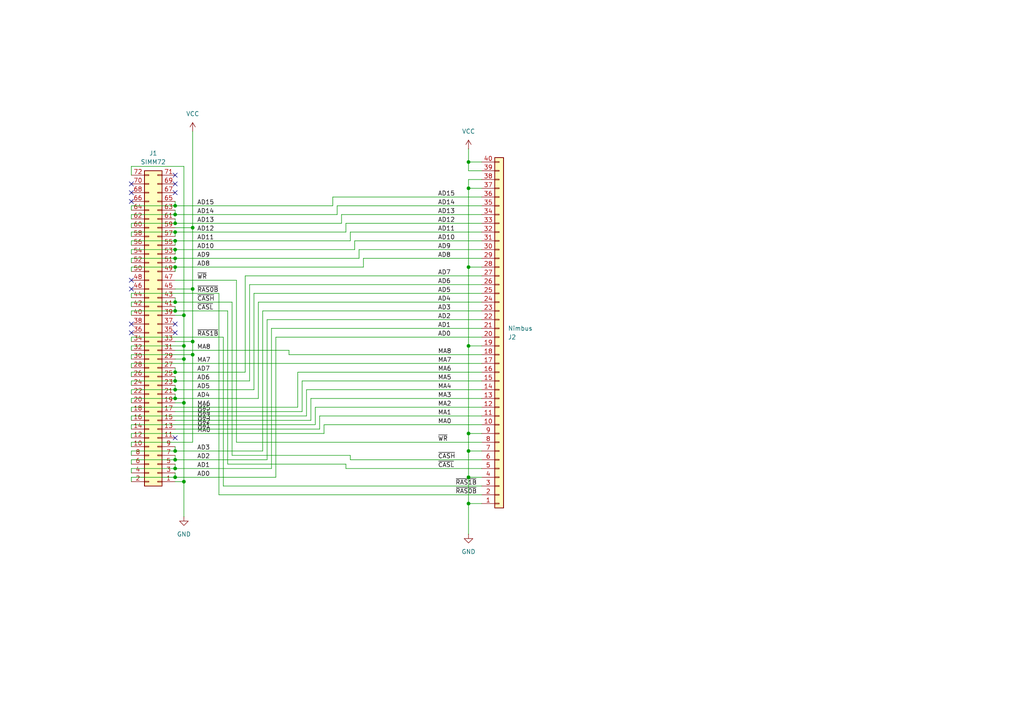
<source format=kicad_sch>
(kicad_sch (version 20231120) (generator "eeschema") (generator_version "8.0")
  (paper "A4")
  (title_block (title "RM Nimbus PC-186 SIMM adaptor") (date "2025-02-06") (company "David Knoll"))
  (lib_symbols
    (symbol "Connector_Generic:Conn_01x40" (pin_names (offset 1.016) hide)
      (property "Reference" "J" (at 0 50.8 0))
      (property "Value" "Conn_01x40" (at 0 -53.34 0))
      (symbol "Conn_01x40_1_1"
        (rectangle (start -1.27 -50.673) (end 0 -50.927) (stroke (width 0.1524)))
        (rectangle (start -1.27 -48.133) (end 0 -48.387) (stroke (width 0.1524)))
        (rectangle (start -1.27 -45.593) (end 0 -45.847) (stroke (width 0.1524)))
        (rectangle (start -1.27 -43.053) (end 0 -43.307) (stroke (width 0.1524)))
        (rectangle (start -1.27 -40.513) (end 0 -40.767) (stroke (width 0.1524)))
        (rectangle (start -1.27 -37.973) (end 0 -38.227) (stroke (width 0.1524)))
        (rectangle (start -1.27 -35.433) (end 0 -35.687) (stroke (width 0.1524)))
        (rectangle (start -1.27 -32.893) (end 0 -33.147) (stroke (width 0.1524)))
        (rectangle (start -1.27 -30.353) (end 0 -30.607) (stroke (width 0.1524)))
        (rectangle (start -1.27 -27.813) (end 0 -28.067) (stroke (width 0.1524)))
        (rectangle (start -1.27 -25.273) (end 0 -25.527) (stroke (width 0.1524)))
        (rectangle (start -1.27 -22.733) (end 0 -22.987) (stroke (width 0.1524)))
        (rectangle (start -1.27 -20.193) (end 0 -20.447) (stroke (width 0.1524)))
        (rectangle (start -1.27 -17.653) (end 0 -17.907) (stroke (width 0.1524)))
        (rectangle (start -1.27 -15.113) (end 0 -15.367) (stroke (width 0.1524)))
        (rectangle (start -1.27 -12.573) (end 0 -12.827) (stroke (width 0.1524)))
        (rectangle (start -1.27 -10.033) (end 0 -10.287) (stroke (width 0.1524)))
        (rectangle (start -1.27 -7.493) (end 0 -7.747) (stroke (width 0.1524)))
        (rectangle (start -1.27 -4.953) (end 0 -5.207) (stroke (width 0.1524)))
        (rectangle (start -1.27 -2.413) (end 0 -2.667) (stroke (width 0.1524)))
        (rectangle (start -1.27 0.127) (end 0 -0.127) (stroke (width 0.1524)))
        (rectangle (start -1.27 2.667) (end 0 2.413) (stroke (width 0.1524)))
        (rectangle (start -1.27 5.207) (end 0 4.953) (stroke (width 0.1524)))
        (rectangle (start -1.27 7.747) (end 0 7.493) (stroke (width 0.1524)))
        (rectangle (start -1.27 10.287) (end 0 10.033) (stroke (width 0.1524)))
        (rectangle (start -1.27 12.827) (end 0 12.573) (stroke (width 0.1524)))
        (rectangle (start -1.27 15.367) (end 0 15.113) (stroke (width 0.1524)))
        (rectangle (start -1.27 17.907) (end 0 17.653) (stroke (width 0.1524)))
        (rectangle (start -1.27 20.447) (end 0 20.193) (stroke (width 0.1524)))
        (rectangle (start -1.27 22.987) (end 0 22.733) (stroke (width 0.1524)))
        (rectangle (start -1.27 25.527) (end 0 25.273) (stroke (width 0.1524)))
        (rectangle (start -1.27 28.067) (end 0 27.813) (stroke (width 0.1524)))
        (rectangle (start -1.27 30.607) (end 0 30.353) (stroke (width 0.1524)))
        (rectangle (start -1.27 33.147) (end 0 32.893) (stroke (width 0.1524)))
        (rectangle (start -1.27 35.687) (end 0 35.433) (stroke (width 0.1524)))
        (rectangle (start -1.27 38.227) (end 0 37.973) (stroke (width 0.1524)))
        (rectangle (start -1.27 40.767) (end 0 40.513) (stroke (width 0.1524)))
        (rectangle (start -1.27 43.307) (end 0 43.053) (stroke (width 0.1524)))
        (rectangle (start -1.27 45.847) (end 0 45.593) (stroke (width 0.1524)))
        (rectangle (start -1.27 48.387) (end 0 48.133) (stroke (width 0.1524)))
        (rectangle (start -1.27 49.53) (end 1.27 -52.07) (stroke (width 0.254)) (fill (type background)))
        (pin passive line (at -5.08 48.26 0) (length 3.81) (name "Pin_1") (number "1"))
        (pin passive line (at -5.08 25.4 0) (length 3.81) (name "Pin_10") (number "10"))
        (pin passive line (at -5.08 22.86 0) (length 3.81) (name "Pin_11") (number "11"))
        (pin passive line (at -5.08 20.32 0) (length 3.81) (name "Pin_12") (number "12"))
        (pin passive line (at -5.08 17.78 0) (length 3.81) (name "Pin_13") (number "13"))
        (pin passive line (at -5.08 15.24 0) (length 3.81) (name "Pin_14") (number "14"))
        (pin passive line (at -5.08 12.7 0) (length 3.81) (name "Pin_15") (number "15"))
        (pin passive line (at -5.08 10.16 0) (length 3.81) (name "Pin_16") (number "16"))
        (pin passive line (at -5.08 7.62 0) (length 3.81) (name "Pin_17") (number "17"))
        (pin passive line (at -5.08 5.08 0) (length 3.81) (name "Pin_18") (number "18"))
        (pin passive line (at -5.08 2.54 0) (length 3.81) (name "Pin_19") (number "19"))
        (pin passive line (at -5.08 45.72 0) (length 3.81) (name "Pin_2") (number "2"))
        (pin passive line (at -5.08 0 0) (length 3.81) (name "Pin_20") (number "20"))
        (pin passive line (at -5.08 -2.54 0) (length 3.81) (name "Pin_21") (number "21"))
        (pin passive line (at -5.08 -5.08 0) (length 3.81) (name "Pin_22") (number "22"))
        (pin passive line (at -5.08 -7.62 0) (length 3.81) (name "Pin_23") (number "23"))
        (pin passive line (at -5.08 -10.16 0) (length 3.81) (name "Pin_24") (number "24"))
        (pin passive line (at -5.08 -12.7 0) (length 3.81) (name "Pin_25") (number "25"))
        (pin passive line (at -5.08 -15.24 0) (length 3.81) (name "Pin_26") (number "26"))
        (pin passive line (at -5.08 -17.78 0) (length 3.81) (name "Pin_27") (number "27"))
        (pin passive line (at -5.08 -20.32 0) (length 3.81) (name "Pin_28") (number "28"))
        (pin passive line (at -5.08 -22.86 0) (length 3.81) (name "Pin_29") (number "29"))
        (pin passive line (at -5.08 43.18 0) (length 3.81) (name "Pin_3") (number "3"))
        (pin passive line (at -5.08 -25.4 0) (length 3.81) (name "Pin_30") (number "30"))
        (pin passive line (at -5.08 -27.94 0) (length 3.81) (name "Pin_31") (number "31"))
        (pin passive line (at -5.08 -30.48 0) (length 3.81) (name "Pin_32") (number "32"))
        (pin passive line (at -5.08 -33.02 0) (length 3.81) (name "Pin_33") (number "33"))
        (pin passive line (at -5.08 -35.56 0) (length 3.81) (name "Pin_34") (number "34"))
        (pin passive line (at -5.08 -38.1 0) (length 3.81) (name "Pin_35") (number "35"))
        (pin passive line (at -5.08 -40.64 0) (length 3.81) (name "Pin_36") (number "36"))
        (pin passive line (at -5.08 -43.18 0) (length 3.81) (name "Pin_37") (number "37"))
        (pin passive line (at -5.08 -45.72 0) (length 3.81) (name "Pin_38") (number "38"))
        (pin passive line (at -5.08 -48.26 0) (length 3.81) (name "Pin_39") (number "39"))
        (pin passive line (at -5.08 40.64 0) (length 3.81) (name "Pin_4") (number "4"))
        (pin passive line (at -5.08 -50.8 0) (length 3.81) (name "Pin_40") (number "40"))
        (pin passive line (at -5.08 38.1 0) (length 3.81) (name "Pin_5") (number "5"))
        (pin passive line (at -5.08 35.56 0) (length 3.81) (name "Pin_6") (number "6"))
        (pin passive line (at -5.08 33.02 0) (length 3.81) (name "Pin_7") (number "7"))
        (pin passive line (at -5.08 30.48 0) (length 3.81) (name "Pin_8") (number "8"))
        (pin passive line (at -5.08 27.94 0) (length 3.81) (name "Pin_9") (number "9"))
      )
    )
    (symbol "Connector_Generic:Conn_02x36_Odd_Even" (pin_names (offset 1.016) hide)
      (property "Reference" "J" (at 1.27 45.72 0))
      (property "Value" "Conn_02x36_Odd_Even" (at 1.27 -48.26 0))
      (symbol "Conn_02x36_Odd_Even_1_1"
        (rectangle (start -1.27 -45.593) (end 0 -45.847) (stroke (width 0.1524)))
        (rectangle (start -1.27 -43.053) (end 0 -43.307) (stroke (width 0.1524)))
        (rectangle (start -1.27 -40.513) (end 0 -40.767) (stroke (width 0.1524)))
        (rectangle (start -1.27 -37.973) (end 0 -38.227) (stroke (width 0.1524)))
        (rectangle (start -1.27 -35.433) (end 0 -35.687) (stroke (width 0.1524)))
        (rectangle (start -1.27 -32.893) (end 0 -33.147) (stroke (width 0.1524)))
        (rectangle (start -1.27 -30.353) (end 0 -30.607) (stroke (width 0.1524)))
        (rectangle (start -1.27 -27.813) (end 0 -28.067) (stroke (width 0.1524)))
        (rectangle (start -1.27 -25.273) (end 0 -25.527) (stroke (width 0.1524)))
        (rectangle (start -1.27 -22.733) (end 0 -22.987) (stroke (width 0.1524)))
        (rectangle (start -1.27 -20.193) (end 0 -20.447) (stroke (width 0.1524)))
        (rectangle (start -1.27 -17.653) (end 0 -17.907) (stroke (width 0.1524)))
        (rectangle (start -1.27 -15.113) (end 0 -15.367) (stroke (width 0.1524)))
        (rectangle (start -1.27 -12.573) (end 0 -12.827) (stroke (width 0.1524)))
        (rectangle (start -1.27 -10.033) (end 0 -10.287) (stroke (width 0.1524)))
        (rectangle (start -1.27 -7.493) (end 0 -7.747) (stroke (width 0.1524)))
        (rectangle (start -1.27 -4.953) (end 0 -5.207) (stroke (width 0.1524)))
        (rectangle (start -1.27 -2.413) (end 0 -2.667) (stroke (width 0.1524)))
        (rectangle (start -1.27 0.127) (end 0 -0.127) (stroke (width 0.1524)))
        (rectangle (start -1.27 2.667) (end 0 2.413) (stroke (width 0.1524)))
        (rectangle (start -1.27 5.207) (end 0 4.953) (stroke (width 0.1524)))
        (rectangle (start -1.27 7.747) (end 0 7.493) (stroke (width 0.1524)))
        (rectangle (start -1.27 10.287) (end 0 10.033) (stroke (width 0.1524)))
        (rectangle (start -1.27 12.827) (end 0 12.573) (stroke (width 0.1524)))
        (rectangle (start -1.27 15.367) (end 0 15.113) (stroke (width 0.1524)))
        (rectangle (start -1.27 17.907) (end 0 17.653) (stroke (width 0.1524)))
        (rectangle (start -1.27 20.447) (end 0 20.193) (stroke (width 0.1524)))
        (rectangle (start -1.27 22.987) (end 0 22.733) (stroke (width 0.1524)))
        (rectangle (start -1.27 25.527) (end 0 25.273) (stroke (width 0.1524)))
        (rectangle (start -1.27 28.067) (end 0 27.813) (stroke (width 0.1524)))
        (rectangle (start -1.27 30.607) (end 0 30.353) (stroke (width 0.1524)))
        (rectangle (start -1.27 33.147) (end 0 32.893) (stroke (width 0.1524)))
        (rectangle (start -1.27 35.687) (end 0 35.433) (stroke (width 0.1524)))
        (rectangle (start -1.27 38.227) (end 0 37.973) (stroke (width 0.1524)))
        (rectangle (start -1.27 40.767) (end 0 40.513) (stroke (width 0.1524)))
        (rectangle (start -1.27 43.307) (end 0 43.053) (stroke (width 0.1524)))
        (rectangle (start -1.27 44.45) (end 3.81 -46.99) (stroke (width 0.254)) (fill (type background)))
        (rectangle (start 3.81 -45.593) (end 2.54 -45.847) (stroke (width 0.1524)))
        (rectangle (start 3.81 -43.053) (end 2.54 -43.307) (stroke (width 0.1524)))
        (rectangle (start 3.81 -40.513) (end 2.54 -40.767) (stroke (width 0.1524)))
        (rectangle (start 3.81 -37.973) (end 2.54 -38.227) (stroke (width 0.1524)))
        (rectangle (start 3.81 -35.433) (end 2.54 -35.687) (stroke (width 0.1524)))
        (rectangle (start 3.81 -32.893) (end 2.54 -33.147) (stroke (width 0.1524)))
        (rectangle (start 3.81 -30.353) (end 2.54 -30.607) (stroke (width 0.1524)))
        (rectangle (start 3.81 -27.813) (end 2.54 -28.067) (stroke (width 0.1524)))
        (rectangle (start 3.81 -25.273) (end 2.54 -25.527) (stroke (width 0.1524)))
        (rectangle (start 3.81 -22.733) (end 2.54 -22.987) (stroke (width 0.1524)))
        (rectangle (start 3.81 -20.193) (end 2.54 -20.447) (stroke (width 0.1524)))
        (rectangle (start 3.81 -17.653) (end 2.54 -17.907) (stroke (width 0.1524)))
        (rectangle (start 3.81 -15.113) (end 2.54 -15.367) (stroke (width 0.1524)))
        (rectangle (start 3.81 -12.573) (end 2.54 -12.827) (stroke (width 0.1524)))
        (rectangle (start 3.81 -10.033) (end 2.54 -10.287) (stroke (width 0.1524)))
        (rectangle (start 3.81 -7.493) (end 2.54 -7.747) (stroke (width 0.1524)))
        (rectangle (start 3.81 -4.953) (end 2.54 -5.207) (stroke (width 0.1524)))
        (rectangle (start 3.81 -2.413) (end 2.54 -2.667) (stroke (width 0.1524)))
        (rectangle (start 3.81 0.127) (end 2.54 -0.127) (stroke (width 0.1524)))
        (rectangle (start 3.81 2.667) (end 2.54 2.413) (stroke (width 0.1524)))
        (rectangle (start 3.81 5.207) (end 2.54 4.953) (stroke (width 0.1524)))
        (rectangle (start 3.81 7.747) (end 2.54 7.493) (stroke (width 0.1524)))
        (rectangle (start 3.81 10.287) (end 2.54 10.033) (stroke (width 0.1524)))
        (rectangle (start 3.81 12.827) (end 2.54 12.573) (stroke (width 0.1524)))
        (rectangle (start 3.81 15.367) (end 2.54 15.113) (stroke (width 0.1524)))
        (rectangle (start 3.81 17.907) (end 2.54 17.653) (stroke (width 0.1524)))
        (rectangle (start 3.81 20.447) (end 2.54 20.193) (stroke (width 0.1524)))
        (rectangle (start 3.81 22.987) (end 2.54 22.733) (stroke (width 0.1524)))
        (rectangle (start 3.81 25.527) (end 2.54 25.273) (stroke (width 0.1524)))
        (rectangle (start 3.81 28.067) (end 2.54 27.813) (stroke (width 0.1524)))
        (rectangle (start 3.81 30.607) (end 2.54 30.353) (stroke (width 0.1524)))
        (rectangle (start 3.81 33.147) (end 2.54 32.893) (stroke (width 0.1524)))
        (rectangle (start 3.81 35.687) (end 2.54 35.433) (stroke (width 0.1524)))
        (rectangle (start 3.81 38.227) (end 2.54 37.973) (stroke (width 0.1524)))
        (rectangle (start 3.81 40.767) (end 2.54 40.513) (stroke (width 0.1524)))
        (rectangle (start 3.81 43.307) (end 2.54 43.053) (stroke (width 0.1524)))
        (pin passive line (at -5.08 43.18 0) (length 3.81) (name "Pin_1") (number "1"))
        (pin passive line (at 7.62 33.02 180) (length 3.81) (name "Pin_10") (number "10"))
        (pin passive line (at -5.08 30.48 0) (length 3.81) (name "Pin_11") (number "11"))
        (pin passive line (at 7.62 30.48 180) (length 3.81) (name "Pin_12") (number "12"))
        (pin passive line (at -5.08 27.94 0) (length 3.81) (name "Pin_13") (number "13"))
        (pin passive line (at 7.62 27.94 180) (length 3.81) (name "Pin_14") (number "14"))
        (pin passive line (at -5.08 25.4 0) (length 3.81) (name "Pin_15") (number "15"))
        (pin passive line (at 7.62 25.4 180) (length 3.81) (name "Pin_16") (number "16"))
        (pin passive line (at -5.08 22.86 0) (length 3.81) (name "Pin_17") (number "17"))
        (pin passive line (at 7.62 22.86 180) (length 3.81) (name "Pin_18") (number "18"))
        (pin passive line (at -5.08 20.32 0) (length 3.81) (name "Pin_19") (number "19"))
        (pin passive line (at 7.62 43.18 180) (length 3.81) (name "Pin_2") (number "2"))
        (pin passive line (at 7.62 20.32 180) (length 3.81) (name "Pin_20") (number "20"))
        (pin passive line (at -5.08 17.78 0) (length 3.81) (name "Pin_21") (number "21"))
        (pin passive line (at 7.62 17.78 180) (length 3.81) (name "Pin_22") (number "22"))
        (pin passive line (at -5.08 15.24 0) (length 3.81) (name "Pin_23") (number "23"))
        (pin passive line (at 7.62 15.24 180) (length 3.81) (name "Pin_24") (number "24"))
        (pin passive line (at -5.08 12.7 0) (length 3.81) (name "Pin_25") (number "25"))
        (pin passive line (at 7.62 12.7 180) (length 3.81) (name "Pin_26") (number "26"))
        (pin passive line (at -5.08 10.16 0) (length 3.81) (name "Pin_27") (number "27"))
        (pin passive line (at 7.62 10.16 180) (length 3.81) (name "Pin_28") (number "28"))
        (pin passive line (at -5.08 7.62 0) (length 3.81) (name "Pin_29") (number "29"))
        (pin passive line (at -5.08 40.64 0) (length 3.81) (name "Pin_3") (number "3"))
        (pin passive line (at 7.62 7.62 180) (length 3.81) (name "Pin_30") (number "30"))
        (pin passive line (at -5.08 5.08 0) (length 3.81) (name "Pin_31") (number "31"))
        (pin passive line (at 7.62 5.08 180) (length 3.81) (name "Pin_32") (number "32"))
        (pin passive line (at -5.08 2.54 0) (length 3.81) (name "Pin_33") (number "33"))
        (pin passive line (at 7.62 2.54 180) (length 3.81) (name "Pin_34") (number "34"))
        (pin passive line (at -5.08 0 0) (length 3.81) (name "Pin_35") (number "35"))
        (pin passive line (at 7.62 0 180) (length 3.81) (name "Pin_36") (number "36"))
        (pin passive line (at -5.08 -2.54 0) (length 3.81) (name "Pin_37") (number "37"))
        (pin passive line (at 7.62 -2.54 180) (length 3.81) (name "Pin_38") (number "38"))
        (pin passive line (at -5.08 -5.08 0) (length 3.81) (name "Pin_39") (number "39"))
        (pin passive line (at 7.62 40.64 180) (length 3.81) (name "Pin_4") (number "4"))
        (pin passive line (at 7.62 -5.08 180) (length 3.81) (name "Pin_40") (number "40"))
        (pin passive line (at -5.08 -7.62 0) (length 3.81) (name "Pin_41") (number "41"))
        (pin passive line (at 7.62 -7.62 180) (length 3.81) (name "Pin_42") (number "42"))
        (pin passive line (at -5.08 -10.16 0) (length 3.81) (name "Pin_43") (number "43"))
        (pin passive line (at 7.62 -10.16 180) (length 3.81) (name "Pin_44") (number "44"))
        (pin passive line (at -5.08 -12.7 0) (length 3.81) (name "Pin_45") (number "45"))
        (pin passive line (at 7.62 -12.7 180) (length 3.81) (name "Pin_46") (number "46"))
        (pin passive line (at -5.08 -15.24 0) (length 3.81) (name "Pin_47") (number "47"))
        (pin passive line (at 7.62 -15.24 180) (length 3.81) (name "Pin_48") (number "48"))
        (pin passive line (at -5.08 -17.78 0) (length 3.81) (name "Pin_49") (number "49"))
        (pin passive line (at -5.08 38.1 0) (length 3.81) (name "Pin_5") (number "5"))
        (pin passive line (at 7.62 -17.78 180) (length 3.81) (name "Pin_50") (number "50"))
        (pin passive line (at -5.08 -20.32 0) (length 3.81) (name "Pin_51") (number "51"))
        (pin passive line (at 7.62 -20.32 180) (length 3.81) (name "Pin_52") (number "52"))
        (pin passive line (at -5.08 -22.86 0) (length 3.81) (name "Pin_53") (number "53"))
        (pin passive line (at 7.62 -22.86 180) (length 3.81) (name "Pin_54") (number "54"))
        (pin passive line (at -5.08 -25.4 0) (length 3.81) (name "Pin_55") (number "55"))
        (pin passive line (at 7.62 -25.4 180) (length 3.81) (name "Pin_56") (number "56"))
        (pin passive line (at -5.08 -27.94 0) (length 3.81) (name "Pin_57") (number "57"))
        (pin passive line (at 7.62 -27.94 180) (length 3.81) (name "Pin_58") (number "58"))
        (pin passive line (at -5.08 -30.48 0) (length 3.81) (name "Pin_59") (number "59"))
        (pin passive line (at 7.62 38.1 180) (length 3.81) (name "Pin_6") (number "6"))
        (pin passive line (at 7.62 -30.48 180) (length 3.81) (name "Pin_60") (number "60"))
        (pin passive line (at -5.08 -33.02 0) (length 3.81) (name "Pin_61") (number "61"))
        (pin passive line (at 7.62 -33.02 180) (length 3.81) (name "Pin_62") (number "62"))
        (pin passive line (at -5.08 -35.56 0) (length 3.81) (name "Pin_63") (number "63"))
        (pin passive line (at 7.62 -35.56 180) (length 3.81) (name "Pin_64") (number "64"))
        (pin passive line (at -5.08 -38.1 0) (length 3.81) (name "Pin_65") (number "65"))
        (pin passive line (at 7.62 -38.1 180) (length 3.81) (name "Pin_66") (number "66"))
        (pin passive line (at -5.08 -40.64 0) (length 3.81) (name "Pin_67") (number "67"))
        (pin passive line (at 7.62 -40.64 180) (length 3.81) (name "Pin_68") (number "68"))
        (pin passive line (at -5.08 -43.18 0) (length 3.81) (name "Pin_69") (number "69"))
        (pin passive line (at -5.08 35.56 0) (length 3.81) (name "Pin_7") (number "7"))
        (pin passive line (at 7.62 -43.18 180) (length 3.81) (name "Pin_70") (number "70"))
        (pin passive line (at -5.08 -45.72 0) (length 3.81) (name "Pin_71") (number "71"))
        (pin passive line (at 7.62 -45.72 180) (length 3.81) (name "Pin_72") (number "72"))
        (pin passive line (at 7.62 35.56 180) (length 3.81) (name "Pin_8") (number "8"))
        (pin passive line (at -5.08 33.02 0) (length 3.81) (name "Pin_9") (number "9"))
      )
    )
    (symbol "power:GND" (power) (pin_numbers hide) (pin_names (offset 0) hide)
      (property "Value" "GND" (at 0 -3.81 0))
      (symbol "GND_0_1"
        (polyline (pts (xy 0 0) (xy 0 -1.27) (xy 1.27 -1.27) (xy 0 -2.54) (xy -1.27 -1.27) (xy 0 -1.27)))
      )
      (symbol "GND_1_1"
        (pin power_in line (at 0 0 270) (length 0) (name "~") (number "1"))
      )
    )
    (symbol "power:VCC" (power) (pin_numbers hide) (pin_names (offset 0) hide)
      (property "Value" "VCC" (at 0 3.556 0))
      (symbol "VCC_0_1"
        (polyline (pts (xy -0.762 1.27) (xy 0 2.54)))
        (polyline (pts (xy 0 0) (xy 0 2.54)))
        (polyline (pts (xy 0 2.54) (xy 0.762 1.27)))
      )
      (symbol "VCC_1_1"
        (pin power_in line (at 0 0 90) (length 0) (name "~") (number "1"))
      )
    )
  )
  (junction (at 135.89 138.43))
  (junction (at 50.8 62.23))
  (junction (at 55.88 99.06))
  (junction (at 50.8 135.89))
  (junction (at 53.34 104.14))
  (junction (at 50.8 72.39))
  (junction (at 50.8 133.35))
  (junction (at 53.34 100.33))
  (junction (at 53.34 116.84))
  (junction (at 50.8 59.69))
  (junction (at 50.8 130.81))
  (junction (at 50.8 90.17))
  (junction (at 135.89 146.05))
  (junction (at 50.8 87.63))
  (junction (at 135.89 125.73))
  (junction (at 50.8 113.03))
  (junction (at 135.89 100.33))
  (junction (at 50.8 64.77))
  (junction (at 55.88 83.82))
  (junction (at 55.88 102.87))
  (junction (at 50.8 74.93))
  (junction (at 50.8 77.47))
  (junction (at 135.89 46.99))
  (junction (at 50.8 138.43))
  (junction (at 135.89 54.61))
  (junction (at 50.8 67.31))
  (junction (at 135.89 130.81))
  (junction (at 53.34 91.44))
  (junction (at 50.8 69.85))
  (junction (at 50.8 115.57))
  (junction (at 55.88 66.04))
  (junction (at 135.89 77.47))
  (junction (at 53.34 139.7))
  (junction (at 50.8 110.49))
  (junction (at 50.8 107.95))
  (no_connect (at 50.8 55.88))
  (no_connect (at 38.1 81.28))
  (no_connect (at 38.1 58.42))
  (no_connect (at 50.8 93.98))
  (no_connect (at 38.1 83.82))
  (no_connect (at 38.1 55.88))
  (no_connect (at 38.1 96.52))
  (no_connect (at 38.1 53.34))
  (no_connect (at 50.8 53.34))
  (no_connect (at 50.8 50.8))
  (no_connect (at 50.8 127))
  (no_connect (at 38.1 93.98))
  (no_connect (at 50.8 96.52))
  (wire (pts (xy 63.5 143.51) (xy 63.5 85.09)))
  (wire (pts (xy 50.8 64.77) (xy 99.06 64.77)))
  (wire (pts (xy 38.1 115.57) (xy 50.8 115.57)))
  (wire (pts (xy 88.9 113.03) (xy 88.9 120.65)))
  (wire (pts (xy 53.34 91.44) (xy 53.34 100.33)))
  (wire (pts (xy 96.52 59.69) (xy 96.52 57.15)))
  (wire (pts (xy 50.8 69.85) (xy 50.8 71.12)))
  (wire (pts (xy 102.87 69.85) (xy 102.87 72.39)))
  (wire (pts (xy 38.1 118.11) (xy 38.1 119.38)))
  (wire (pts (xy 50.8 106.68) (xy 50.8 107.95)))
  (wire (pts (xy 97.79 59.69) (xy 139.7 59.69)))
  (wire (pts (xy 73.66 85.09) (xy 73.66 113.03)))
  (wire (pts (xy 38.1 85.09) (xy 38.1 86.36)))
  (wire (pts (xy 50.8 67.31) (xy 50.8 68.58)))
  (wire (pts (xy 38.1 139.7) (xy 38.1 138.43)))
  (wire (pts (xy 38.1 113.03) (xy 38.1 114.3)))
  (wire (pts (xy 38.1 101.6) (xy 38.1 100.33)))
  (wire (pts (xy 101.6 133.35) (xy 139.7 133.35)))
  (wire (pts (xy 73.66 85.09) (xy 139.7 85.09)))
  (wire (pts (xy 50.8 111.76) (xy 50.8 113.03)))
  (wire (pts (xy 78.74 135.89) (xy 50.8 135.89)))
  (wire (pts (xy 77.47 92.71) (xy 77.47 133.35)))
  (wire (pts (xy 104.14 74.93) (xy 50.8 74.93)))
  (wire (pts (xy 96.52 57.15) (xy 139.7 57.15)))
  (wire (pts (xy 50.8 135.89) (xy 38.1 135.89)))
  (wire (pts (xy 73.66 113.03) (xy 50.8 113.03)))
  (wire (pts (xy 50.8 104.14) (xy 53.34 104.14)))
  (wire (pts (xy 38.1 105.41) (xy 139.7 105.41)))
  (wire (pts (xy 135.89 138.43) (xy 139.7 138.43)))
  (wire (pts (xy 86.36 107.95) (xy 86.36 118.11)))
  (wire (pts (xy 38.1 90.17) (xy 38.1 91.44)))
  (wire (pts (xy 80.01 97.79) (xy 80.01 138.43)))
  (wire (pts (xy 38.1 48.26) (xy 38.1 50.8)))
  (wire (pts (xy 135.89 100.33) (xy 139.7 100.33)))
  (wire (pts (xy 50.8 74.93) (xy 50.8 76.2)))
  (wire (pts (xy 68.58 81.28) (xy 68.58 128.27)))
  (wire (pts (xy 135.89 146.05) (xy 135.89 138.43)))
  (wire (pts (xy 53.34 139.7) (xy 53.34 149.86)))
  (wire (pts (xy 87.63 110.49) (xy 87.63 119.38)))
  (wire (pts (xy 53.34 48.26) (xy 38.1 48.26)))
  (wire (pts (xy 100.33 64.77) (xy 100.33 67.31)))
  (wire (pts (xy 135.89 125.73) (xy 139.7 125.73)))
  (wire (pts (xy 74.93 115.57) (xy 74.93 87.63)))
  (wire (pts (xy 50.8 59.69) (xy 50.8 58.42)))
  (wire (pts (xy 50.8 81.28) (xy 68.58 81.28)))
  (wire (pts (xy 50.8 72.39) (xy 38.1 72.39)))
  (wire (pts (xy 102.87 69.85) (xy 139.7 69.85)))
  (wire (pts (xy 50.8 66.04) (xy 55.88 66.04)))
  (wire (pts (xy 50.8 69.85) (xy 38.1 69.85)))
  (wire (pts (xy 93.98 125.73) (xy 38.1 125.73)))
  (wire (pts (xy 63.5 85.09) (xy 38.1 85.09)))
  (wire (pts (xy 139.7 107.95) (xy 86.36 107.95)))
  (wire (pts (xy 50.8 109.22) (xy 50.8 110.49)))
  (wire (pts (xy 74.93 87.63) (xy 139.7 87.63)))
  (wire (pts (xy 38.1 59.69) (xy 50.8 59.69)))
  (wire (pts (xy 38.1 120.65) (xy 38.1 121.92)))
  (wire (pts (xy 139.7 115.57) (xy 90.17 115.57)))
  (wire (pts (xy 101.6 67.31) (xy 101.6 69.85)))
  (wire (pts (xy 53.34 116.84) (xy 53.34 139.7)))
  (wire (pts (xy 38.1 62.23) (xy 38.1 63.5)))
  (wire (pts (xy 139.7 113.03) (xy 88.9 113.03)))
  (wire (pts (xy 66.04 134.62) (xy 66.04 90.17)))
  (wire (pts (xy 100.33 134.62) (xy 66.04 134.62)))
  (wire (pts (xy 50.8 115.57) (xy 74.93 115.57)))
  (wire (pts (xy 78.74 95.25) (xy 139.7 95.25)))
  (wire (pts (xy 101.6 133.35) (xy 101.6 132.08)))
  (wire (pts (xy 50.8 88.9) (xy 50.8 90.17)))
  (wire (pts (xy 50.8 72.39) (xy 50.8 73.66)))
  (wire (pts (xy 105.41 74.93) (xy 139.7 74.93)))
  (wire (pts (xy 101.6 132.08) (xy 67.31 132.08)))
  (wire (pts (xy 50.8 90.17) (xy 38.1 90.17)))
  (wire (pts (xy 99.06 64.77) (xy 99.06 62.23)))
  (wire (pts (xy 38.1 116.84) (xy 38.1 115.57)))
  (wire (pts (xy 50.8 74.93) (xy 38.1 74.93)))
  (wire (pts (xy 139.7 67.31) (xy 101.6 67.31)))
  (wire (pts (xy 68.58 128.27) (xy 139.7 128.27)))
  (wire (pts (xy 86.36 118.11) (xy 38.1 118.11)))
  (wire (pts (xy 50.8 129.54) (xy 50.8 130.81)))
  (wire (pts (xy 38.1 78.74) (xy 38.1 77.47)))
  (wire (pts (xy 38.1 60.96) (xy 38.1 59.69)))
  (wire (pts (xy 38.1 125.73) (xy 38.1 127)))
  (wire (pts (xy 139.7 49.53) (xy 135.89 49.53)))
  (wire (pts (xy 71.12 80.01) (xy 139.7 80.01)))
  (wire (pts (xy 50.8 110.49) (xy 38.1 110.49)))
  (wire (pts (xy 38.1 138.43) (xy 50.8 138.43)))
  (wire (pts (xy 135.89 77.47) (xy 135.89 54.61)))
  (wire (pts (xy 50.8 91.44) (xy 53.34 91.44)))
  (wire (pts (xy 101.6 69.85) (xy 50.8 69.85)))
  (wire (pts (xy 50.8 121.92) (xy 90.17 121.92)))
  (wire (pts (xy 50.8 115.57) (xy 50.8 114.3)))
  (wire (pts (xy 71.12 80.01) (xy 71.12 107.95)))
  (wire (pts (xy 77.47 92.71) (xy 139.7 92.71)))
  (wire (pts (xy 38.1 130.81) (xy 38.1 132.08)))
  (wire (pts (xy 135.89 54.61) (xy 135.89 52.07)))
  (wire (pts (xy 38.1 72.39) (xy 38.1 73.66)))
  (wire (pts (xy 100.33 67.31) (xy 50.8 67.31)))
  (wire (pts (xy 72.39 82.55) (xy 72.39 110.49)))
  (wire (pts (xy 50.8 59.69) (xy 96.52 59.69)))
  (wire (pts (xy 105.41 77.47) (xy 105.41 74.93)))
  (wire (pts (xy 87.63 119.38) (xy 50.8 119.38)))
  (wire (pts (xy 139.7 72.39) (xy 104.14 72.39)))
  (wire (pts (xy 38.1 100.33) (xy 53.34 100.33)))
  (wire (pts (xy 72.39 110.49) (xy 50.8 110.49)))
  (wire (pts (xy 91.44 123.19) (xy 38.1 123.19)))
  (wire (pts (xy 50.8 139.7) (xy 53.34 139.7)))
  (wire (pts (xy 38.1 128.27) (xy 38.1 129.54)))
  (wire (pts (xy 50.8 77.47) (xy 50.8 78.74)))
  (wire (pts (xy 135.89 100.33) (xy 135.89 77.47)))
  (wire (pts (xy 139.7 123.19) (xy 93.98 123.19)))
  (wire (pts (xy 83.82 102.87) (xy 139.7 102.87)))
  (wire (pts (xy 63.5 143.51) (xy 139.7 143.51)))
  (wire (pts (xy 135.89 146.05) (xy 139.7 146.05)))
  (wire (pts (xy 99.06 62.23) (xy 139.7 62.23)))
  (wire (pts (xy 50.8 67.31) (xy 38.1 67.31)))
  (wire (pts (xy 135.89 49.53) (xy 135.89 46.99)))
  (wire (pts (xy 80.01 97.79) (xy 139.7 97.79)))
  (wire (pts (xy 53.34 91.44) (xy 53.34 48.26)))
  (wire (pts (xy 77.47 133.35) (xy 50.8 133.35)))
  (wire (pts (xy 50.8 116.84) (xy 53.34 116.84)))
  (wire (pts (xy 55.88 66.04) (xy 55.88 83.82)))
  (wire (pts (xy 76.2 90.17) (xy 76.2 130.81)))
  (wire (pts (xy 38.1 77.47) (xy 50.8 77.47)))
  (wire (pts (xy 50.8 87.63) (xy 38.1 87.63)))
  (wire (pts (xy 135.89 154.94) (xy 135.89 146.05)))
  (wire (pts (xy 100.33 135.89) (xy 139.7 135.89)))
  (wire (pts (xy 100.33 135.89) (xy 100.33 134.62)))
  (wire (pts (xy 50.8 86.36) (xy 50.8 87.63)))
  (wire (pts (xy 78.74 95.25) (xy 78.74 135.89)))
  (wire (pts (xy 38.1 97.79) (xy 38.1 99.06)))
  (wire (pts (xy 38.1 110.49) (xy 38.1 111.76)))
  (wire (pts (xy 38.1 66.04) (xy 38.1 64.77)))
  (wire (pts (xy 135.89 46.99) (xy 135.89 43.18)))
  (wire (pts (xy 55.88 102.87) (xy 55.88 128.27)))
  (wire (pts (xy 50.8 99.06) (xy 55.88 99.06)))
  (wire (pts (xy 97.79 59.69) (xy 97.79 62.23)))
  (wire (pts (xy 50.8 132.08) (xy 50.8 133.35)))
  (wire (pts (xy 38.1 74.93) (xy 38.1 76.2)))
  (wire (pts (xy 80.01 138.43) (xy 50.8 138.43)))
  (wire (pts (xy 67.31 132.08) (xy 67.31 87.63)))
  (wire (pts (xy 135.89 138.43) (xy 135.89 130.81)))
  (wire (pts (xy 135.89 77.47) (xy 139.7 77.47)))
  (wire (pts (xy 38.1 107.95) (xy 38.1 109.22)))
  (wire (pts (xy 38.1 102.87) (xy 55.88 102.87)))
  (wire (pts (xy 91.44 118.11) (xy 139.7 118.11)))
  (wire (pts (xy 135.89 52.07) (xy 139.7 52.07)))
  (wire (pts (xy 97.79 62.23) (xy 50.8 62.23)))
  (wire (pts (xy 50.8 130.81) (xy 38.1 130.81)))
  (wire (pts (xy 76.2 90.17) (xy 139.7 90.17)))
  (wire (pts (xy 76.2 130.81) (xy 50.8 130.81)))
  (wire (pts (xy 64.77 140.97) (xy 139.7 140.97)))
  (wire (pts (xy 50.8 133.35) (xy 38.1 133.35)))
  (wire (pts (xy 38.1 67.31) (xy 38.1 68.58)))
  (wire (pts (xy 87.63 110.49) (xy 139.7 110.49)))
  (wire (pts (xy 55.88 128.27) (xy 38.1 128.27)))
  (wire (pts (xy 50.8 62.23) (xy 38.1 62.23)))
  (wire (pts (xy 38.1 135.89) (xy 38.1 137.16)))
  (wire (pts (xy 55.88 83.82) (xy 55.88 99.06)))
  (wire (pts (xy 50.8 134.62) (xy 50.8 135.89)))
  (wire (pts (xy 50.8 107.95) (xy 38.1 107.95)))
  (wire (pts (xy 55.88 99.06) (xy 55.88 102.87)))
  (wire (pts (xy 135.89 46.99) (xy 139.7 46.99)))
  (wire (pts (xy 55.88 38.1) (xy 55.88 66.04)))
  (wire (pts (xy 92.71 120.65) (xy 139.7 120.65)))
  (wire (pts (xy 38.1 104.14) (xy 38.1 102.87)))
  (wire (pts (xy 38.1 105.41) (xy 38.1 106.68)))
  (wire (pts (xy 50.8 77.47) (xy 105.41 77.47)))
  (wire (pts (xy 135.89 100.33) (xy 135.89 125.73)))
  (wire (pts (xy 90.17 115.57) (xy 90.17 121.92)))
  (wire (pts (xy 92.71 124.46) (xy 50.8 124.46)))
  (wire (pts (xy 38.1 87.63) (xy 38.1 88.9)))
  (wire (pts (xy 53.34 104.14) (xy 53.34 116.84)))
  (wire (pts (xy 50.8 60.96) (xy 50.8 62.23)))
  (wire (pts (xy 83.82 102.87) (xy 83.82 101.6)))
  (wire (pts (xy 64.77 140.97) (xy 64.77 97.79)))
  (wire (pts (xy 135.89 130.81) (xy 139.7 130.81)))
  (wire (pts (xy 93.98 123.19) (xy 93.98 125.73)))
  (wire (pts (xy 38.1 123.19) (xy 38.1 124.46)))
  (wire (pts (xy 91.44 118.11) (xy 91.44 123.19)))
  (wire (pts (xy 102.87 72.39) (xy 50.8 72.39)))
  (wire (pts (xy 71.12 107.95) (xy 50.8 107.95)))
  (wire (pts (xy 92.71 120.65) (xy 92.71 124.46)))
  (wire (pts (xy 50.8 138.43) (xy 50.8 137.16)))
  (wire (pts (xy 83.82 101.6) (xy 50.8 101.6)))
  (wire (pts (xy 104.14 72.39) (xy 104.14 74.93)))
  (wire (pts (xy 64.77 97.79) (xy 38.1 97.79)))
  (wire (pts (xy 72.39 82.55) (xy 139.7 82.55)))
  (wire (pts (xy 67.31 87.63) (xy 50.8 87.63)))
  (wire (pts (xy 50.8 64.77) (xy 50.8 63.5)))
  (wire (pts (xy 66.04 90.17) (xy 50.8 90.17)))
  (wire (pts (xy 135.89 130.81) (xy 135.89 125.73)))
  (wire (pts (xy 38.1 69.85) (xy 38.1 71.12)))
  (wire (pts (xy 50.8 113.03) (xy 38.1 113.03)))
  (wire (pts (xy 50.8 83.82) (xy 55.88 83.82)))
  (wire (pts (xy 135.89 54.61) (xy 139.7 54.61)))
  (wire (pts (xy 100.33 64.77) (xy 139.7 64.77)))
  (wire (pts (xy 38.1 64.77) (xy 50.8 64.77)))
  (wire (pts (xy 88.9 120.65) (xy 38.1 120.65)))
  (wire (pts (xy 38.1 133.35) (xy 38.1 134.62)))
  (wire (pts (xy 53.34 100.33) (xy 53.34 104.14)))
  (label "AD0" (at 57.15 138.43 0))
  (label "MA1" (at 127 120.65 0))
  (label "~{CASL}" (at 127 135.89 0))
  (label "MA2" (at 127 118.11 0))
  (label "MA5" (at 127 110.49 0))
  (label "MA5" (at 57.15 119.38 0))
  (label "AD2" (at 127 92.71 0))
  (label "AD2" (at 57.15 133.35 0))
  (label "~{WR}" (at 127 128.27 0))
  (label "MA1" (at 57.15 124.46 0))
  (label "~{CASH}" (at 127 133.35 0))
  (label "MA0" (at 127 123.19 0))
  (label "MA8" (at 57.15 101.6 0))
  (label "AD9" (at 57.15 74.93 0))
  (label "~{RAS0B}" (at 57.15 85.09 0))
  (label "~{CASH}" (at 57.15 87.63 0))
  (label "~{RAS0B}" (at 132.08 143.51 0))
  (label "AD8" (at 57.15 77.47 0))
  (label "AD7" (at 127 80.01 0))
  (label "MA4" (at 127 113.03 0))
  (label "AD7" (at 57.15 107.95 0))
  (label "MA4" (at 57.15 120.65 0))
  (label "AD11" (at 127 67.31 0))
  (label "AD3" (at 57.15 130.81 0))
  (label "AD15" (at 57.15 59.69 0))
  (label "MA6" (at 57.15 118.11 0))
  (label "AD1" (at 127 95.25 0))
  (label "AD6" (at 57.15 110.49 0))
  (label "MA6" (at 127 107.95 0))
  (label "AD12" (at 57.15 67.31 0))
  (label "~{CASL}" (at 57.15 90.17 0))
  (label "MA7" (at 127 105.41 0))
  (label "AD0" (at 127 97.79 0))
  (label "AD10" (at 127 69.85 0))
  (label "AD9" (at 127 72.39 0))
  (label "MA3" (at 57.15 121.92 0))
  (label "AD11" (at 57.15 69.85 0))
  (label "AD15" (at 127 57.15 0))
  (label "AD4" (at 57.15 115.57 0))
  (label "MA0" (at 57.15 125.73 0))
  (label "MA8" (at 127 102.87 0))
  (label "AD4" (at 127 87.63 0))
  (label "AD14" (at 127 59.69 0))
  (label "AD12" (at 127 64.77 0))
  (label "AD8" (at 127 74.93 0))
  (label "AD3" (at 127 90.17 0))
  (label "~{RAS1B}" (at 132.08 140.97 0))
  (label "MA3" (at 127 115.57 0))
  (label "AD1" (at 57.15 135.89 0))
  (label "MA2" (at 57.15 123.19 0))
  (label "~{WR}" (at 57.15 81.28 0))
  (label "AD13" (at 57.15 64.77 0))
  (label "AD10" (at 57.15 72.39 0))
  (label "AD5" (at 127 85.09 0))
  (label "AD14" (at 57.15 62.23 0))
  (label "AD13" (at 127 62.23 0))
  (label "MA7" (at 57.15 105.41 0))
  (label "~{RAS1B}" (at 57.15 97.79 0))
  (label "AD5" (at 57.15 113.03 0))
  (label "AD6" (at 127 82.55 0))
  (symbol (lib_id "power:GND") (at 53.34 149.86 0) (unit 1)
    (property "Reference" "#PWR03" (effects (hide yes)))
    (property "Value" "GND" (at 53.34 154.94 0))
    (property "Description" "Power symbol creates a global label with name \"GND\" , ground" (effects (hide yes)))
  )
  (symbol (lib_id "Connector_Generic:Conn_02x36_Odd_Even") (at 45.72 96.52 180) (unit 1)
    (property "Reference" "J1" (at 44.45 44.45 0))
    (property "Value" "SIMM72" (at 44.45 46.99 0))
    (property "Footprint" "Sockets:SIM72" (effects (hide yes)))
    (property "Description" "Generic connector, double row, 02x36, odd/even pin numbering scheme (row 1 odd numbers, row 2 even numbers), script generated (kicad-library-utils/schlib/autogen/connector/)" (effects (hide yes)))
  )
  (symbol (lib_id "Connector_Generic:Conn_01x40") (at 144.78 97.79 0) (mirror x) (unit 1)
    (property "Reference" "J2" (at 147.32 97.7901 0) (effects (justify left)))
    (property "Value" "Nimbus" (at 147.32 95.2501 0) (effects (justify left)))
    (property "Footprint" "Connector_PinSocket_2.54mm:PinSocket_1x40_P2.54mm_Horizontal" (effects (hide yes)))
    (property "Description" "Generic connector, single row, 01x40, script generated (kicad-library-utils/schlib/autogen/connector/)" (effects (hide yes)))
  )
  (symbol (lib_id "power:GND") (at 135.89 154.94 0) (unit 1)
    (property "Reference" "#PWR01" (effects (hide yes)))
    (property "Value" "GND" (at 135.89 160.02 0))
    (property "Description" "Power symbol creates a global label with name \"GND\" , ground" (effects (hide yes)))
  )
  (symbol (lib_id "power:VCC") (at 135.89 43.18 0) (unit 1)
    (property "Reference" "#PWR02" (effects (hide yes)))
    (property "Value" "VCC" (at 135.89 38.1 0))
    (property "Description" "Power symbol creates a global label with name \"VCC\"" (effects (hide yes)))
  )
  (symbol (lib_id "power:VCC") (at 55.88 38.1 0) (unit 1)
    (property "Reference" "#PWR04" (effects (hide yes)))
    (property "Value" "VCC" (at 55.88 33.02 0))
    (property "Description" "Power symbol creates a global label with name \"VCC\"" (effects (hide yes)))
  )
)
</source>
